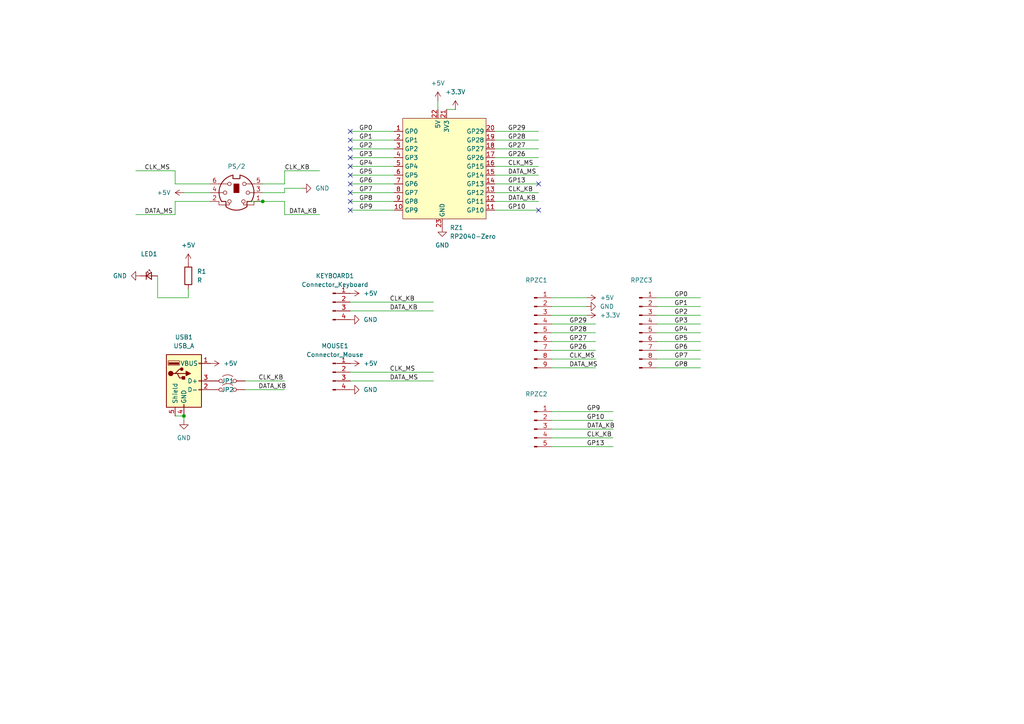
<source format=kicad_sch>
(kicad_sch (version 20231120) (generator "eeschema") (generator_version "8.0")
  (paper "A4")
  (lib_symbols
    (symbol "Connector:Conn_01x04_Pin" (pin_names (offset 1.016) hide)
      (property "Reference" "J" (at 0 5.08 0))
      (property "Value" "Conn_01x04_Pin" (at 0 -7.62 0))
      (symbol "Conn_01x04_Pin_1_1"
        (polyline (pts (xy 1.27 -5.08) (xy 0.8636 -5.08)) (stroke (width 0.1524)))
        (polyline (pts (xy 1.27 -2.54) (xy 0.8636 -2.54)) (stroke (width 0.1524)))
        (polyline (pts (xy 1.27 0) (xy 0.8636 0)) (stroke (width 0.1524)))
        (polyline (pts (xy 1.27 2.54) (xy 0.8636 2.54)) (stroke (width 0.1524)))
        (rectangle (start 0.8636 -4.953) (end 0 -5.207) (stroke (width 0.1524)) (fill (type outline)))
        (rectangle (start 0.8636 -2.413) (end 0 -2.667) (stroke (width 0.1524)) (fill (type outline)))
        (rectangle (start 0.8636 0.127) (end 0 -0.127) (stroke (width 0.1524)) (fill (type outline)))
        (rectangle (start 0.8636 2.667) (end 0 2.413) (stroke (width 0.1524)) (fill (type outline)))
        (pin passive line (at 5.08 2.54 180) (length 3.81) (name "Pin_1") (number "1"))
        (pin passive line (at 5.08 0 180) (length 3.81) (name "Pin_2") (number "2"))
        (pin passive line (at 5.08 -2.54 180) (length 3.81) (name "Pin_3") (number "3"))
        (pin passive line (at 5.08 -5.08 180) (length 3.81) (name "Pin_4") (number "4"))
      )
    )
    (symbol "Connector:Conn_01x05_Pin" (pin_names (offset 1.016) hide)
      (property "Reference" "J" (at 0 7.62 0))
      (property "Value" "Conn_01x05_Pin" (at 0 -7.62 0))
      (symbol "Conn_01x05_Pin_1_1"
        (polyline (pts (xy 1.27 -5.08) (xy 0.8636 -5.08)) (stroke (width 0.1524)))
        (polyline (pts (xy 1.27 -2.54) (xy 0.8636 -2.54)) (stroke (width 0.1524)))
        (polyline (pts (xy 1.27 0) (xy 0.8636 0)) (stroke (width 0.1524)))
        (polyline (pts (xy 1.27 2.54) (xy 0.8636 2.54)) (stroke (width 0.1524)))
        (polyline (pts (xy 1.27 5.08) (xy 0.8636 5.08)) (stroke (width 0.1524)))
        (rectangle (start 0.8636 -4.953) (end 0 -5.207) (stroke (width 0.1524)) (fill (type outline)))
        (rectangle (start 0.8636 -2.413) (end 0 -2.667) (stroke (width 0.1524)) (fill (type outline)))
        (rectangle (start 0.8636 0.127) (end 0 -0.127) (stroke (width 0.1524)) (fill (type outline)))
        (rectangle (start 0.8636 2.667) (end 0 2.413) (stroke (width 0.1524)) (fill (type outline)))
        (rectangle (start 0.8636 5.207) (end 0 4.953) (stroke (width 0.1524)) (fill (type outline)))
        (pin passive line (at 5.08 5.08 180) (length 3.81) (name "Pin_1") (number "1"))
        (pin passive line (at 5.08 2.54 180) (length 3.81) (name "Pin_2") (number "2"))
        (pin passive line (at 5.08 0 180) (length 3.81) (name "Pin_3") (number "3"))
        (pin passive line (at 5.08 -2.54 180) (length 3.81) (name "Pin_4") (number "4"))
        (pin passive line (at 5.08 -5.08 180) (length 3.81) (name "Pin_5") (number "5"))
      )
    )
    (symbol "Connector:Conn_01x09_Pin" (pin_names (offset 1.016) hide)
      (property "Reference" "J" (at 0 12.7 0))
      (property "Value" "Conn_01x09_Pin" (at 0 -12.7 0))
      (symbol "Conn_01x09_Pin_1_1"
        (polyline (pts (xy 1.27 -10.16) (xy 0.8636 -10.16)) (stroke (width 0.1524)))
        (polyline (pts (xy 1.27 -7.62) (xy 0.8636 -7.62)) (stroke (width 0.1524)))
        (polyline (pts (xy 1.27 -5.08) (xy 0.8636 -5.08)) (stroke (width 0.1524)))
        (polyline (pts (xy 1.27 -2.54) (xy 0.8636 -2.54)) (stroke (width 0.1524)))
        (polyline (pts (xy 1.27 0) (xy 0.8636 0)) (stroke (width 0.1524)))
        (polyline (pts (xy 1.27 2.54) (xy 0.8636 2.54)) (stroke (width 0.1524)))
        (polyline (pts (xy 1.27 5.08) (xy 0.8636 5.08)) (stroke (width 0.1524)))
        (polyline (pts (xy 1.27 7.62) (xy 0.8636 7.62)) (stroke (width 0.1524)))
        (polyline (pts (xy 1.27 10.16) (xy 0.8636 10.16)) (stroke (width 0.1524)))
        (rectangle (start 0.8636 -10.033) (end 0 -10.287) (stroke (width 0.1524)) (fill (type outline)))
        (rectangle (start 0.8636 -7.493) (end 0 -7.747) (stroke (width 0.1524)) (fill (type outline)))
        (rectangle (start 0.8636 -4.953) (end 0 -5.207) (stroke (width 0.1524)) (fill (type outline)))
        (rectangle (start 0.8636 -2.413) (end 0 -2.667) (stroke (width 0.1524)) (fill (type outline)))
        (rectangle (start 0.8636 0.127) (end 0 -0.127) (stroke (width 0.1524)) (fill (type outline)))
        (rectangle (start 0.8636 2.667) (end 0 2.413) (stroke (width 0.1524)) (fill (type outline)))
        (rectangle (start 0.8636 5.207) (end 0 4.953) (stroke (width 0.1524)) (fill (type outline)))
        (rectangle (start 0.8636 7.747) (end 0 7.493) (stroke (width 0.1524)) (fill (type outline)))
        (rectangle (start 0.8636 10.287) (end 0 10.033) (stroke (width 0.1524)) (fill (type outline)))
        (pin passive line (at 5.08 10.16 180) (length 3.81) (name "Pin_1") (number "1"))
        (pin passive line (at 5.08 7.62 180) (length 3.81) (name "Pin_2") (number "2"))
        (pin passive line (at 5.08 5.08 180) (length 3.81) (name "Pin_3") (number "3"))
        (pin passive line (at 5.08 2.54 180) (length 3.81) (name "Pin_4") (number "4"))
        (pin passive line (at 5.08 0 180) (length 3.81) (name "Pin_5") (number "5"))
        (pin passive line (at 5.08 -2.54 180) (length 3.81) (name "Pin_6") (number "6"))
        (pin passive line (at 5.08 -5.08 180) (length 3.81) (name "Pin_7") (number "7"))
        (pin passive line (at 5.08 -7.62 180) (length 3.81) (name "Pin_8") (number "8"))
        (pin passive line (at 5.08 -10.16 180) (length 3.81) (name "Pin_9") (number "9"))
      )
    )
    (symbol "Connector:USB_A" (pin_names (offset 1.016))
      (property "Reference" "J" (at -5.08 11.43 0))
      (property "Value" "USB_A" (at -5.08 8.89 0))
      (symbol "USB_A_0_1"
        (rectangle (start -5.08 -7.62) (end 5.08 7.62) (stroke (width 0.254)) (fill (type background)))
        (circle (center -3.81 2.159) (radius 0.635) (stroke (width 0.254)) (fill (type outline)))
        (rectangle (start -1.524 4.826) (end -4.318 5.334) (fill (type outline)))
        (rectangle (start -1.27 4.572) (end -4.572 5.842))
        (circle (center -0.635 3.429) (radius 0.381) (stroke (width 0.254)) (fill (type outline)))
        (rectangle (start -0.127 -7.62) (end 0.127 -6.858))
        (polyline (pts (xy -3.175 2.159) (xy -2.54 2.159) (xy -1.27 3.429) (xy -0.635 3.429)) (stroke (width 0.254)))
        (polyline (pts (xy -2.54 2.159) (xy -1.905 2.159) (xy -1.27 0.889) (xy 0 0.889)) (stroke (width 0.254)))
        (polyline (pts (xy 0.635 2.794) (xy 0.635 1.524) (xy 1.905 2.159) (xy 0.635 2.794)) (stroke (width 0.254)) (fill (type outline)))
        (rectangle (start 0.254 1.27) (end -0.508 0.508) (stroke (width 0.254)) (fill (type outline)))
        (rectangle (start 5.08 -2.667) (end 4.318 -2.413))
        (rectangle (start 5.08 -0.127) (end 4.318 0.127))
        (rectangle (start 5.08 4.953) (end 4.318 5.207))
      )
      (symbol "USB_A_1_1"
        (polyline (pts (xy -1.905 2.159) (xy 0.635 2.159)) (stroke (width 0.254)))
        (pin power_in line (at 7.62 5.08 180) (length 2.54) (name "VBUS") (number "1"))
        (pin bidirectional line (at 7.62 -2.54 180) (length 2.54) (name "D-") (number "2"))
        (pin bidirectional line (at 7.62 0 180) (length 2.54) (name "D+") (number "3"))
        (pin power_in line (at 0 -10.16 90) (length 2.54) (name "GND") (number "4"))
        (pin passive line (at -2.54 -10.16 90) (length 2.54) (name "Shield") (number "5"))
      )
    )
    (symbol "Device:LED_Small" (pin_numbers hide) (pin_names (offset 0.254) hide)
      (property "Reference" "D" (at -1.27 3.175 0))
      (property "Value" "LED_Small" (at -4.445 -2.54 0))
      (symbol "LED_Small_0_1"
        (polyline (pts (xy -0.762 -1.016) (xy -0.762 1.016)) (stroke (width 0.254)))
        (polyline (pts (xy 1.016 0) (xy -0.762 0)))
        (polyline (pts (xy 0.762 -1.016) (xy -0.762 0) (xy 0.762 1.016) (xy 0.762 -1.016)) (stroke (width 0.254)))
        (polyline (pts (xy 0 0.762) (xy -0.508 1.27) (xy -0.254 1.27) (xy -0.508 1.27) (xy -0.508 1.016)))
        (polyline (pts (xy 0.508 1.27) (xy 0 1.778) (xy 0.254 1.778) (xy 0 1.778) (xy 0 1.524)))
      )
      (symbol "LED_Small_1_1"
        (pin passive line (at -2.54 0 0) (length 1.778) (name "K") (number "1"))
        (pin passive line (at 2.54 0 180) (length 1.778) (name "A") (number "2"))
      )
    )
    (symbol "Jumper:Jumper_2_Open" (pin_numbers hide) (pin_names (offset 0) hide) (exclude_from_sim yes)
      (property "Reference" "JP" (at 0 2.794 0))
      (property "Value" "Jumper_2_Open" (at 0 -2.286 0))
      (symbol "Jumper_2_Open_0_0"
        (circle (center -2.032 0) (radius 0.508))
        (circle (center 2.032 0) (radius 0.508))
      )
      (symbol "Jumper_2_Open_0_1"
        (arc (start 1.524 1.27) (mid 0 1.778) (end -1.524 1.27))
      )
      (symbol "Jumper_2_Open_1_1"
        (pin passive line (at -5.08 0 0) (length 2.54) (name "A") (number "1"))
        (pin passive line (at 5.08 0 180) (length 2.54) (name "B") (number "2"))
      )
    )
    (symbol "Library:GND" (power) (pin_names (offset 0))
      (property "Value" "GND" (at 0 -3.81 0))
      (symbol "GND_0_1"
        (polyline (pts (xy 0 0) (xy 0 -1.27) (xy 1.27 -1.27) (xy 0 -2.54) (xy -1.27 -1.27) (xy 0 -1.27)))
      )
      (symbol "GND_1_1"
        (pin power_in line (at 0 0 270) (length 0) hide (name "GND") (number "1"))
      )
    )
    (symbol "Library:Mini-DIN-6" (pin_names (offset 1.016))
      (property "Reference" "J2" (at 0.0177 10.16 0))
      (property "Value" "PS/2" (at 0.0177 7.62 0))
      (symbol "Mini-DIN-6_0_1"
        (circle (center -3.302 0) (radius 0.508))
        (arc (start -3.048 -4.064) (mid 0 -5.08) (end 3.048 -4.064) (stroke (width 0.254)))
        (circle (center -2.032 -2.54) (radius 0.508))
        (circle (center -2.032 2.54) (radius 0.508))
        (arc (start -1.016 5.08) (mid -4.6228 2.1214) (end -4.318 -2.54) (stroke (width 0.254)))
        (rectangle (start -0.762 2.54) (end 0.762 0) (fill (type outline)))
        (polyline (pts (xy -3.81 0) (xy -5.08 0)))
        (polyline (pts (xy -2.54 2.54) (xy -5.08 2.54)))
        (polyline (pts (xy 2.794 2.54) (xy 5.08 2.54)))
        (polyline (pts (xy 5.08 0) (xy 3.81 0)))
        (polyline (pts (xy -4.318 -2.54) (xy -3.048 -2.54) (xy -3.048 -4.064)) (stroke (width 0.254)))
        (polyline (pts (xy 4.318 -2.54) (xy 3.048 -2.54) (xy 3.048 -4.064)) (stroke (width 0.254)))
        (polyline (pts (xy -2.032 -3.048) (xy -2.032 -3.556) (xy -5.08 -3.556) (xy -5.08 -2.54)))
        (polyline (pts (xy -1.016 5.08) (xy -1.016 4.064) (xy 1.016 4.064) (xy 1.016 5.08)) (stroke (width 0.254)))
        (polyline (pts (xy 2.032 -3.048) (xy 2.032 -3.556) (xy 5.08 -3.556) (xy 5.08 -2.54)))
        (circle (center 2.032 -2.54) (radius 0.508))
        (circle (center 2.286 2.54) (radius 0.508))
        (circle (center 3.302 0) (radius 0.508))
        (arc (start 4.318 -2.54) (mid 4.6661 2.1322) (end 1.016 5.08) (stroke (width 0.254)))
      )
      (symbol "Mini-DIN-6_1_1"
        (pin passive line (at 7.62 -2.54 180) (length 2.54) (name "~") (number "1"))
        (pin passive line (at -7.62 -2.54 0) (length 2.54) (name "~") (number "2"))
        (pin passive line (at 7.62 0 180) (length 2.54) (name "~") (number "3"))
        (pin passive line (at -7.62 0 0) (length 2.54) (name "~") (number "4"))
        (pin passive line (at 7.62 2.54 180) (length 2.54) (name "~") (number "5"))
        (pin passive line (at -7.62 2.54 0) (length 2.54) (name "~") (number "6"))
      )
    )
    (symbol "Library:R" (pin_numbers hide) (pin_names (offset 0))
      (property "Reference" "R" (at 2.032 0 90))
      (property "Value" "R" (at 0 0 90))
      (symbol "R_0_1"
        (rectangle (start -1.016 -2.54) (end 1.016 2.54) (stroke (width 0.254)))
      )
      (symbol "R_1_1"
        (pin passive line (at 0 3.81 270) (length 1.27) (name "~") (number "1"))
        (pin passive line (at 0 -3.81 90) (length 1.27) (name "~") (number "2"))
      )
    )
    (symbol "power:+3.3V" (power) (pin_numbers hide) (pin_names (offset 0) hide)
      (property "Value" "+3.3V" (at 0 3.556 0))
      (symbol "+3.3V_0_1"
        (polyline (pts (xy -0.762 1.27) (xy 0 2.54)))
        (polyline (pts (xy 0 0) (xy 0 2.54)))
        (polyline (pts (xy 0 2.54) (xy 0.762 1.27)))
      )
      (symbol "+3.3V_1_1"
        (pin power_in line (at 0 0 90) (length 0) (name "~") (number "1"))
      )
    )
    (symbol "power:+5V" (power) (pin_numbers hide) (pin_names (offset 0) hide)
      (property "Value" "+5V" (at 0 3.556 0))
      (symbol "+5V_0_1"
        (polyline (pts (xy -0.762 1.27) (xy 0 2.54)))
        (polyline (pts (xy 0 0) (xy 0 2.54)))
        (polyline (pts (xy 0 2.54) (xy 0.762 1.27)))
      )
      (symbol "+5V_1_1"
        (pin power_in line (at 0 0 90) (length 0) (name "~") (number "1"))
      )
    )
    (symbol "rp2040-zero:RP2040-Zero"
      (property "Reference" "RZ" (at 0 0 0))
      (property "Value" "RP2040-Zero" (at 0 -2.54 0))
      (property "Footprint" "RP2040-Zero:RP2040-Zero" (at 0 0 0))
      (symbol "RP2040-Zero_0_1"
        (rectangle (start -11.43 -15.24) (end 12.7 13.97) (fill (type background)))
      )
      (symbol "RP2040-Zero_1_1"
        (pin bidirectional line (at -13.97 10.16 0) (length 2.54) (name "GP0") (number "1"))
        (pin bidirectional line (at -13.97 -12.7 0) (length 2.54) (name "GP9") (number "10"))
        (pin bidirectional line (at 15.24 -12.7 180) (length 2.54) (name "GP10") (number "11"))
        (pin bidirectional line (at 15.24 -10.16 180) (length 2.54) (name "GP11") (number "12"))
        (pin bidirectional line (at 15.24 -7.62 180) (length 2.54) (name "GP12") (number "13"))
        (pin bidirectional line (at 15.24 -5.08 180) (length 2.54) (name "GP13") (number "14"))
        (pin bidirectional line (at 15.24 -2.54 180) (length 2.54) (name "GP14") (number "15"))
        (pin bidirectional line (at 15.24 0 180) (length 2.54) (name "GP15") (number "16"))
        (pin bidirectional line (at 15.24 2.54 180) (length 2.54) (name "GP26") (number "17"))
        (pin bidirectional line (at 15.24 5.08 180) (length 2.54) (name "GP27") (number "18"))
        (pin bidirectional line (at 15.24 7.62 180) (length 2.54) (name "GP28") (number "19"))
        (pin bidirectional line (at -13.97 7.62 0) (length 2.54) (name "GP1") (number "2"))
        (pin bidirectional line (at 15.24 10.16 180) (length 2.54) (name "GP29") (number "20"))
        (pin power_in line (at 1.27 16.51 270) (length 2.54) (name "3V3") (number "21"))
        (pin power_in line (at -1.27 16.51 270) (length 2.54) (name "5V") (number "22"))
        (pin power_in line (at 0 -17.78 90) (length 2.54) (name "GND") (number "23"))
        (pin bidirectional line (at -13.97 5.08 0) (length 2.54) (name "GP2") (number "3"))
        (pin bidirectional line (at -13.97 2.54 0) (length 2.54) (name "GP3") (number "4"))
        (pin bidirectional line (at -13.97 0 0) (length 2.54) (name "GP4") (number "5"))
        (pin bidirectional line (at -13.97 -2.54 0) (length 2.54) (name "GP5") (number "6"))
        (pin bidirectional line (at -13.97 -5.08 0) (length 2.54) (name "GP6") (number "7"))
        (pin bidirectional line (at -13.97 -7.62 0) (length 2.54) (name "GP7") (number "8"))
        (pin bidirectional line (at -13.97 -10.16 0) (length 2.54) (name "GP8") (number "9"))
      )
    )
  )
  (junction (at 76.2 58.42))
  (junction (at 53.34 120.65))
  (no_connect (at 101.6 48.26))
  (no_connect (at 101.6 55.88))
  (no_connect (at 101.6 58.42))
  (no_connect (at 101.6 50.8))
  (no_connect (at 101.6 38.1))
  (no_connect (at 156.21 60.96))
  (no_connect (at 101.6 45.72))
  (no_connect (at 101.6 53.34))
  (no_connect (at 156.21 53.34))
  (no_connect (at 101.6 40.64))
  (no_connect (at 101.6 43.18))
  (no_connect (at 101.6 60.96))
  (wire (pts (xy 82.55 55.88) (xy 76.2 55.88)))
  (wire (pts (xy 101.6 48.26) (xy 114.3 48.26)))
  (wire (pts (xy 60.96 58.42) (xy 50.8 58.42)))
  (wire (pts (xy 101.6 45.72) (xy 114.3 45.72)))
  (wire (pts (xy 53.34 55.88) (xy 60.96 55.88)))
  (wire (pts (xy 39.37 62.23) (xy 50.8 62.23)))
  (wire (pts (xy 190.5 104.14) (xy 203.2 104.14)))
  (wire (pts (xy 160.02 119.38) (xy 177.8 119.38)))
  (wire (pts (xy 101.6 55.88) (xy 114.3 55.88)))
  (wire (pts (xy 160.02 86.36) (xy 170.18 86.36)))
  (wire (pts (xy 143.51 43.18) (xy 156.21 43.18)))
  (wire (pts (xy 160.02 93.98) (xy 172.72 93.98)))
  (wire (pts (xy 54.61 83.82) (xy 54.61 86.36)))
  (wire (pts (xy 72.39 58.42) (xy 76.2 58.42)))
  (wire (pts (xy 143.51 38.1) (xy 156.21 38.1)))
  (wire (pts (xy 160.02 121.92) (xy 177.8 121.92)))
  (wire (pts (xy 82.55 58.42) (xy 82.55 62.23)))
  (wire (pts (xy 160.02 96.52) (xy 172.72 96.52)))
  (wire (pts (xy 82.55 54.61) (xy 82.55 55.88)))
  (wire (pts (xy 82.55 49.53) (xy 92.71 49.53)))
  (wire (pts (xy 76.2 58.42) (xy 82.55 58.42)))
  (wire (pts (xy 101.6 43.18) (xy 114.3 43.18)))
  (wire (pts (xy 101.6 107.95) (xy 125.73 107.95)))
  (wire (pts (xy 143.51 48.26) (xy 156.21 48.26)))
  (wire (pts (xy 190.5 93.98) (xy 203.2 93.98)))
  (wire (pts (xy 190.5 91.44) (xy 203.2 91.44)))
  (wire (pts (xy 190.5 101.6) (xy 203.2 101.6)))
  (wire (pts (xy 76.2 53.34) (xy 82.55 53.34)))
  (wire (pts (xy 71.12 110.49) (xy 82.55 110.49)))
  (wire (pts (xy 39.37 49.53) (xy 50.8 49.53)))
  (wire (pts (xy 190.5 99.06) (xy 203.2 99.06)))
  (wire (pts (xy 160.02 104.14) (xy 172.72 104.14)))
  (wire (pts (xy 71.12 113.03) (xy 82.55 113.03)))
  (wire (pts (xy 143.51 55.88) (xy 156.21 55.88)))
  (wire (pts (xy 190.5 96.52) (xy 203.2 96.52)))
  (wire (pts (xy 60.96 53.34) (xy 50.8 53.34)))
  (wire (pts (xy 50.8 120.65) (xy 53.34 120.65)))
  (wire (pts (xy 160.02 91.44) (xy 170.18 91.44)))
  (wire (pts (xy 101.6 90.17) (xy 125.73 90.17)))
  (wire (pts (xy 190.5 88.9) (xy 203.2 88.9)))
  (wire (pts (xy 190.5 86.36) (xy 203.2 86.36)))
  (wire (pts (xy 160.02 124.46) (xy 177.8 124.46)))
  (wire (pts (xy 101.6 60.96) (xy 114.3 60.96)))
  (wire (pts (xy 160.02 101.6) (xy 172.72 101.6)))
  (wire (pts (xy 160.02 129.54) (xy 177.8 129.54)))
  (wire (pts (xy 101.6 38.1) (xy 114.3 38.1)))
  (wire (pts (xy 82.55 54.61) (xy 87.63 54.61)))
  (wire (pts (xy 160.02 106.68) (xy 172.72 106.68)))
  (wire (pts (xy 143.51 58.42) (xy 156.21 58.42)))
  (wire (pts (xy 82.55 62.23) (xy 92.71 62.23)))
  (wire (pts (xy 101.6 40.64) (xy 114.3 40.64)))
  (wire (pts (xy 143.51 60.96) (xy 156.21 60.96)))
  (wire (pts (xy 82.55 53.34) (xy 82.55 49.53)))
  (wire (pts (xy 101.6 53.34) (xy 114.3 53.34)))
  (wire (pts (xy 101.6 58.42) (xy 114.3 58.42)))
  (wire (pts (xy 160.02 127) (xy 177.8 127)))
  (wire (pts (xy 143.51 45.72) (xy 156.21 45.72)))
  (wire (pts (xy 45.72 86.36) (xy 54.61 86.36)))
  (wire (pts (xy 101.6 50.8) (xy 114.3 50.8)))
  (wire (pts (xy 101.6 110.49) (xy 125.73 110.49)))
  (wire (pts (xy 143.51 53.34) (xy 156.21 53.34)))
  (wire (pts (xy 53.34 120.65) (xy 53.34 121.92)))
  (wire (pts (xy 190.5 106.68) (xy 203.2 106.68)))
  (wire (pts (xy 50.8 58.42) (xy 50.8 62.23)))
  (wire (pts (xy 160.02 88.9) (xy 170.18 88.9)))
  (wire (pts (xy 143.51 40.64) (xy 156.21 40.64)))
  (wire (pts (xy 132.08 31.75) (xy 129.54 31.75)))
  (wire (pts (xy 45.72 80.01) (xy 45.72 86.36)))
  (wire (pts (xy 143.51 50.8) (xy 156.21 50.8)))
  (wire (pts (xy 127 29.21) (xy 127 31.75)))
  (wire (pts (xy 50.8 53.34) (xy 50.8 49.53)))
  (wire (pts (xy 101.6 87.63) (xy 125.73 87.63)))
  (wire (pts (xy 160.02 99.06) (xy 172.72 99.06)))
  (label "GP9" (at 104.14 60.96 0))
  (label "CLK_MS" (at 147.32 48.26 0))
  (label "GP3" (at 195.58 93.98 0))
  (label "DATA_KB" (at 83.82 62.23 0))
  (label "GP10" (at 170.18 121.92 0))
  (label "GP4" (at 195.58 96.52 0))
  (label "GP8" (at 195.58 106.68 0))
  (label "DATA_KB" (at 74.93 113.03 0))
  (label "GP13" (at 147.32 53.34 0))
  (label "GP1" (at 195.58 88.9 0))
  (label "GP6" (at 195.58 101.6 0))
  (label "GP0" (at 104.14 38.1 0))
  (label "GP6" (at 104.14 53.34 0))
  (label "GP29" (at 165.1 93.98 0))
  (label "GP29" (at 147.32 38.1 0))
  (label "CLK_KB" (at 170.18 127 0))
  (label "GP0" (at 195.58 86.36 0))
  (label "CLK_KB" (at 147.32 55.88 0))
  (label "GP28" (at 147.32 40.64 0))
  (label "GP5" (at 104.14 50.8 0))
  (label "GP7" (at 195.58 104.14 0))
  (label "GP27" (at 165.1 99.06 0))
  (label "GP2" (at 195.58 91.44 0))
  (label "GP7" (at 104.14 55.88 0))
  (label "DATA_KB" (at 147.32 58.42 0))
  (label "GP27" (at 147.32 43.18 0))
  (label "GP26" (at 165.1 101.6 0))
  (label "GP9" (at 170.18 119.38 0))
  (label "GP13" (at 170.18 129.54 0))
  (label "GP28" (at 165.1 96.52 0))
  (label "CLK_KB" (at 74.93 110.49 0))
  (label "DATA_MS" (at 113.03 110.49 0))
  (label "GP3" (at 104.14 45.72 0))
  (label "GP10" (at 147.32 60.96 0))
  (label "DATA_MS" (at 147.32 50.8 0))
  (label "GP1" (at 104.14 40.64 0))
  (label "DATA_KB" (at 170.18 124.46 0))
  (label "DATA_MS" (at 41.91 62.23 0))
  (label "GP2" (at 104.14 43.18 0))
  (label "CLK_MS" (at 41.91 49.53 0))
  (label "DATA_KB" (at 113.03 90.17 0))
  (label "GP4" (at 104.14 48.26 0))
  (label "CLK_MS" (at 113.03 107.95 0))
  (label "GP26" (at 147.32 45.72 0))
  (label "CLK_MS" (at 165.1 104.14 0))
  (label "GP8" (at 104.14 58.42 0))
  (label "CLK_KB" (at 82.55 49.53 0))
  (label "DATA_MS" (at 165.1 106.68 0))
  (label "CLK_KB" (at 113.03 87.63 0))
  (label "GP5" (at 195.58 99.06 0))
  (symbol (lib_id "power:+5V") (at 101.6 85.09 270) (unit 1)
    (property "Reference" "#PWR07" (effects (hide yes)))
    (property "Value" "+5V" (at 105.41 85.0899 90) (effects (justify left)))
    (property "Description" "Power symbol creates a global label with name \"+5V\"" (effects (hide yes)))
  )
  (symbol (lib_id "rp2040-zero:RP2040-Zero") (at 128.27 48.26 0) (unit 1)
    (property "Reference" "RZ1" (at 130.4641 66.04 0) (effects (justify left)))
    (property "Value" "RP2040-Zero" (at 130.4641 68.58 0) (effects (justify left)))
    (property "Footprint" "mcu:rp2040-zero-tht" (effects (hide yes)))
  )
  (symbol (lib_id "Library:GND") (at 101.6 113.03 90) (unit 1)
    (property "Reference" "#PWR010" (effects (hide yes)))
    (property "Value" "GND" (at 105.41 113.0299 90) (effects (justify right)))
    (property "Description" "Power symbol creates a global label with name \"GND\" , ground" (effects (hide yes)))
  )
  (symbol (lib_id "Device:LED_Small") (at 43.18 80.01 0) (unit 1)
    (property "Reference" "LED1" (at 43.2435 73.66 0))
    (property "Value" "LED_Small" (effects (hide yes)))
    (property "Footprint" "Resistor_SMD:R_0805_Medved" (effects (hide yes)))
    (property "Description" "Light emitting diode, small symbol" (effects (hide yes)))
  )
  (symbol (lib_id "power:+5V") (at 60.96 105.41 270) (unit 1)
    (property "Reference" "#PWR05" (effects (hide yes)))
    (property "Value" "+5V" (at 64.77 105.4099 90) (effects (justify left)))
    (property "Description" "Power symbol creates a global label with name \"+5V\"" (effects (hide yes)))
  )
  (symbol (lib_id "Library:Mini-DIN-6") (at 68.58 55.88 0) (unit 1)
    (property "Reference" "PS/2" (at 68.5977 48.26 0))
    (property "Description" "6-pin Mini-DIN connector" (effects (hide yes)))
  )
  (symbol (lib_id "Connector:USB_A") (at 53.34 110.49 0) (unit 1)
    (property "Reference" "USB1" (at 53.34 97.79 0))
    (property "Value" "USB_A" (at 53.34 100.33 0))
    (property "Footprint" "Connector_USB:USB_A_CONNFLY_DS1095-WNR0" (effects (hide yes)))
    (property "Description" "USB Type A connector" (effects (hide yes)))
  )
  (symbol (lib_id "power:+3.3V") (at 170.18 91.44 270) (unit 1)
    (property "Reference" "#PWR016" (effects (hide yes)))
    (property "Value" "+3.3V" (at 173.99 91.4399 90) (effects (justify left)))
    (property "Description" "Power symbol creates a global label with name \"+3.3V\"" (effects (hide yes)))
  )
  (symbol (lib_id "Jumper:Jumper_2_Open") (at 66.04 113.03 0) (unit 1) (exclude_from_sim yes)
    (property "Reference" "JP2" (at 66.04 113.03 0))
    (property "Value" "Jumper_2_Open" (effects (hide yes)))
    (property "Footprint" "Jumper:SolderJumper-2_P1.3mm_Open_RoundedPad1.0x1.5mm" (effects (hide yes)))
    (property "Description" "Jumper, 2-pole, open" (effects (hide yes)))
  )
  (symbol (lib_id "Library:R") (at 54.61 80.01 0) (unit 1)
    (property "Reference" "R1" (at 57.15 78.7399 0) (effects (justify left)))
    (property "Value" "R" (at 57.15 81.2799 0) (effects (justify left)))
    (property "Footprint" "Resistor_SMD:R_0805_Medved" (effects (hide yes)))
    (property "Description" "Resistor" (effects (hide yes)))
  )
  (symbol (lib_id "Connector:Conn_01x09_Pin") (at 154.94 96.52 0) (unit 1)
    (property "Reference" "RPZC1" (at 155.575 81.28 0))
    (property "Value" "Conn_01x09_Pin" (effects (hide yes)))
    (property "Footprint" "Connector_PinHeader_2.54mm:PinHeader_1x09_P2.54mm_Vertical" (effects (hide yes)))
    (property "Description" "Generic connector, single row, 01x09, script generated" (effects (hide yes)))
  )
  (symbol (lib_id "Connector:Conn_01x04_Pin") (at 96.52 107.95 0) (unit 1)
    (property "Reference" "MOUSE1" (at 97.155 100.33 0))
    (property "Value" "Connector_Mouse" (at 97.155 102.87 0))
    (property "Footprint" "Connector_PinHeader_2.54mm:PinHeader_1x04_P2.54mm_Vertical" (effects (hide yes)))
    (property "Description" "Generic connector, single row, 01x04, script generated" (effects (hide yes)))
  )
  (symbol (lib_id "Connector:Conn_01x04_Pin") (at 96.52 87.63 0) (unit 1)
    (property "Reference" "KEYBOARD1" (at 97.155 80.01 0))
    (property "Value" "Connector_Keyboard" (at 97.155 82.55 0))
    (property "Footprint" "Connector_PinHeader_2.54mm:PinHeader_1x04_P2.54mm_Vertical" (effects (hide yes)))
    (property "Description" "Generic connector, single row, 01x04, script generated" (effects (hide yes)))
  )
  (symbol (lib_id "Library:GND") (at 128.27 66.04 0) (unit 1)
    (property "Reference" "#PWR012" (effects (hide yes)))
    (property "Value" "GND" (at 128.27 71.12 0))
    (property "Description" "Power symbol creates a global label with name \"GND\" , ground" (effects (hide yes)))
  )
  (symbol (lib_id "Library:GND") (at 40.64 80.01 270) (unit 1)
    (property "Reference" "#PWR01" (effects (hide yes)))
    (property "Value" "GND" (at 36.83 80.0099 90) (effects (justify right)))
    (property "Description" "Power symbol creates a global label with name \"GND\" , ground" (effects (hide yes)))
  )
  (symbol (lib_id "Library:GND") (at 53.34 121.92 0) (unit 1)
    (property "Reference" "#PWR03" (effects (hide yes)))
    (property "Value" "GND" (at 53.34 127 0))
    (property "Description" "Power symbol creates a global label with name \"GND\" , ground" (effects (hide yes)))
  )
  (symbol (lib_id "Jumper:Jumper_2_Open") (at 66.04 110.49 0) (unit 1) (exclude_from_sim yes)
    (property "Reference" "JP1" (at 66.04 110.49 0))
    (property "Value" "Jumper_2_Open" (effects (hide yes)))
    (property "Footprint" "Jumper:SolderJumper-2_P1.3mm_Open_RoundedPad1.0x1.5mm" (effects (hide yes)))
    (property "Description" "Jumper, 2-pole, open" (effects (hide yes)))
  )
  (symbol (lib_id "Library:GND") (at 87.63 54.61 90) (unit 1)
    (property "Reference" "#PWR06" (effects (hide yes)))
    (property "Value" "GND" (at 91.44 54.6099 90) (effects (justify right)))
    (property "Description" "Power symbol creates a global label with name \"GND\" , ground" (effects (hide yes)))
  )
  (symbol (lib_id "Connector:Conn_01x05_Pin") (at 154.94 124.46 0) (unit 1)
    (property "Reference" "RPZC2" (at 155.575 114.3 0))
    (property "Value" "Conn_01x05_Pin" (effects (hide yes)))
    (property "Footprint" "Connector_PinHeader_2.54mm:PinHeader_1x05_P2.54mm_Vertical" (effects (hide yes)))
    (property "Description" "Generic connector, single row, 01x05, script generated" (effects (hide yes)))
  )
  (symbol (lib_id "power:+3.3V") (at 132.08 31.75 0) (unit 1)
    (property "Reference" "#PWR013" (effects (hide yes)))
    (property "Value" "+3.3V" (at 132.08 26.67 0))
    (property "Description" "Power symbol creates a global label with name \"+3.3V\"" (effects (hide yes)))
  )
  (symbol (lib_id "power:+5V") (at 54.61 76.2 0) (unit 1)
    (property "Reference" "#PWR04" (effects (hide yes)))
    (property "Value" "+5V" (at 54.61 71.12 0))
    (property "Description" "Power symbol creates a global label with name \"+5V\"" (effects (hide yes)))
  )
  (symbol (lib_id "Connector:Conn_01x09_Pin") (at 185.42 96.52 0) (unit 1)
    (property "Reference" "RPZC3" (at 186.055 81.28 0))
    (property "Value" "Conn_01x09_Pin" (effects (hide yes)))
    (property "Footprint" "Connector_PinHeader_2.54mm:PinHeader_1x09_P2.54mm_Vertical" (effects (hide yes)))
    (property "Description" "Generic connector, single row, 01x09, script generated" (effects (hide yes)))
  )
  (symbol (lib_id "power:+5V") (at 170.18 86.36 270) (unit 1)
    (property "Reference" "#PWR014" (effects (hide yes)))
    (property "Value" "+5V" (at 173.99 86.3599 90) (effects (justify left)))
    (property "Description" "Power symbol creates a global label with name \"+5V\"" (effects (hide yes)))
  )
  (symbol (lib_id "power:+5V") (at 101.6 105.41 270) (unit 1)
    (property "Reference" "#PWR09" (effects (hide yes)))
    (property "Value" "+5V" (at 105.41 105.4099 90) (effects (justify left)))
    (property "Description" "Power symbol creates a global label with name \"+5V\"" (effects (hide yes)))
  )
  (symbol (lib_id "power:+5V") (at 53.34 55.88 90) (unit 1)
    (property "Reference" "#PWR02" (effects (hide yes)))
    (property "Value" "+5V" (at 49.53 55.8799 90) (effects (justify left)))
    (property "Description" "Power symbol creates a global label with name \"+5V\"" (effects (hide yes)))
  )
  (symbol (lib_id "power:+5V") (at 127 29.21 0) (unit 1)
    (property "Reference" "#PWR011" (effects (hide yes)))
    (property "Value" "+5V" (at 127 24.13 0))
    (property "Description" "Power symbol creates a global label with name \"+5V\"" (effects (hide yes)))
  )
  (symbol (lib_id "Library:GND") (at 101.6 92.71 90) (unit 1)
    (property "Reference" "#PWR08" (effects (hide yes)))
    (property "Value" "GND" (at 105.41 92.7099 90) (effects (justify right)))
    (property "Description" "Power symbol creates a global label with name \"GND\" , ground" (effects (hide yes)))
  )
  (symbol (lib_id "Library:GND") (at 170.18 88.9 90) (unit 1)
    (property "Reference" "#PWR015" (effects (hide yes)))
    (property "Value" "GND" (at 173.99 88.8999 90) (effects (justify right)))
    (property "Description" "Power symbol creates a global label with name \"GND\" , ground" (effects (hide yes)))
  )
)
</source>
